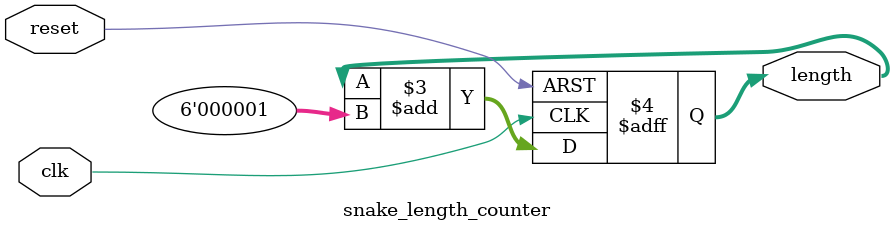
<source format=v>
module snake_length_counter(clk,reset,length);
input clk;
input reset;
output reg [5:0] length;

always@(posedge clk, posedge reset) begin
	if(reset == 1) begin
	length = 6'b0;
	end else begin
	length = length + 6'b1;
	end
end
endmodule
</source>
